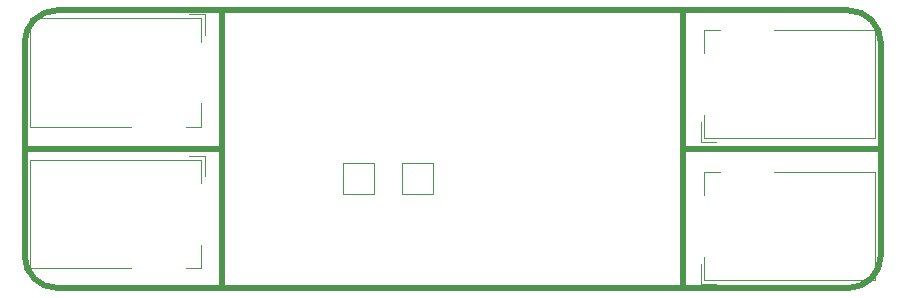
<source format=gbr>
%TF.GenerationSoftware,KiCad,Pcbnew,8.0.5*%
%TF.CreationDate,2024-12-30T19:02:22+01:00*%
%TF.ProjectId,ledPowerConnector,6c656450-6f77-4657-9243-6f6e6e656374,rev?*%
%TF.SameCoordinates,Original*%
%TF.FileFunction,Legend,Top*%
%TF.FilePolarity,Positive*%
%FSLAX46Y46*%
G04 Gerber Fmt 4.6, Leading zero omitted, Abs format (unit mm)*
G04 Created by KiCad (PCBNEW 8.0.5) date 2024-12-30 19:02:22*
%MOMM*%
%LPD*%
G01*
G04 APERTURE LIST*
%ADD10C,0.500000*%
%ADD11C,0.120000*%
G04 APERTURE END LIST*
D10*
X168000000Y-93250000D02*
X182000000Y-93250000D01*
X129000000Y-116750000D02*
X168000000Y-116750000D01*
X182000000Y-93250000D02*
G75*
G02*
X184750000Y-96000000I0J-2750000D01*
G01*
X112250000Y-96000000D02*
X112250000Y-105000000D01*
X115000000Y-116750000D02*
G75*
G02*
X112250000Y-114000000I0J2750000D01*
G01*
X168000000Y-116750000D02*
X182000000Y-116750000D01*
X112250000Y-105000000D02*
X112250000Y-114000000D01*
X184750000Y-96004000D02*
X184750000Y-105004000D01*
X129000000Y-116750000D02*
X115000000Y-116750000D01*
X168000000Y-93250000D02*
X168000000Y-116750000D01*
X168000000Y-105004000D02*
X184750000Y-105004000D01*
X129000000Y-93250000D02*
X129000000Y-116750000D01*
X129000000Y-93250000D02*
X115000000Y-93250000D01*
X129000000Y-93250000D02*
X168000000Y-93250000D01*
X112250000Y-96000000D02*
G75*
G02*
X115000000Y-93250000I2750000J0D01*
G01*
X184750000Y-114004000D02*
G75*
G02*
X182000000Y-116754000I-2750000J0D01*
G01*
X184750000Y-114004000D02*
X184750000Y-105004000D01*
X129000000Y-105000000D02*
X112250000Y-105000000D01*
D11*
%TO.C,J6*%
X144200000Y-106200000D02*
X146800000Y-106200000D01*
X144200000Y-108800000D02*
X144200000Y-106200000D01*
X146800000Y-108800000D02*
X144200000Y-108800000D01*
X146800000Y-108800000D02*
X146800000Y-106200000D01*
%TO.C,J3*%
X112700000Y-105900000D02*
X127200000Y-105900000D01*
X112700000Y-115100000D02*
X112700000Y-105900000D01*
X121300000Y-115100000D02*
X112700000Y-115100000D01*
X127200000Y-105900000D02*
X127200000Y-107900000D01*
X127200000Y-113100000D02*
X127200000Y-115100000D01*
X127200000Y-115100000D02*
X125900000Y-115100000D01*
X127500000Y-105600000D02*
X126200000Y-105600000D01*
X127500000Y-107300000D02*
X127500000Y-105600000D01*
%TO.C,J2*%
X169500000Y-114700000D02*
X169500000Y-116400000D01*
X169500000Y-116400000D02*
X170800000Y-116400000D01*
X169800000Y-106900000D02*
X171100000Y-106900000D01*
X169800000Y-108900000D02*
X169800000Y-106900000D01*
X169800000Y-116100000D02*
X169800000Y-114100000D01*
X175700000Y-106900000D02*
X184300000Y-106900000D01*
X184300000Y-106900000D02*
X184300000Y-116100000D01*
X184300000Y-116100000D02*
X169800000Y-116100000D01*
%TO.C,J4*%
X112700000Y-93900000D02*
X127200000Y-93900000D01*
X112700000Y-103100000D02*
X112700000Y-93900000D01*
X121300000Y-103100000D02*
X112700000Y-103100000D01*
X127200000Y-93900000D02*
X127200000Y-95900000D01*
X127200000Y-101100000D02*
X127200000Y-103100000D01*
X127200000Y-103100000D02*
X125900000Y-103100000D01*
X127500000Y-93600000D02*
X126200000Y-93600000D01*
X127500000Y-95300000D02*
X127500000Y-93600000D01*
%TO.C,J1*%
X169500000Y-102700000D02*
X169500000Y-104400000D01*
X169500000Y-104400000D02*
X170800000Y-104400000D01*
X169800000Y-94900000D02*
X171100000Y-94900000D01*
X169800000Y-96900000D02*
X169800000Y-94900000D01*
X169800000Y-104100000D02*
X169800000Y-102100000D01*
X175700000Y-94900000D02*
X184300000Y-94900000D01*
X184300000Y-94900000D02*
X184300000Y-104100000D01*
X184300000Y-104100000D02*
X169800000Y-104100000D01*
%TO.C,J5*%
X139200000Y-106200000D02*
X141800000Y-106200000D01*
X139200000Y-108800000D02*
X139200000Y-106200000D01*
X141800000Y-108800000D02*
X139200000Y-108800000D01*
X141800000Y-108800000D02*
X141800000Y-106200000D01*
%TD*%
M02*

</source>
